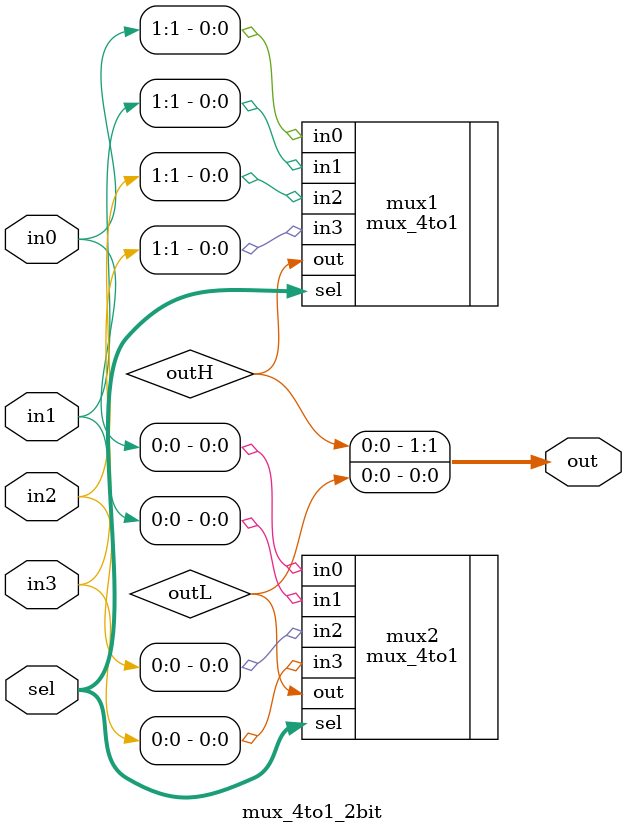
<source format=v>
module mux_4to1_2bit(
	output [1:0] out,
	input [1:0] in3,
	input [1:0] in2,
	input [1:0] in1,
	input [1:0] in0,
	input [1:0] sel
	);

wire outH;
wire outL;

mux_4to1 mux1(
	.out(outH), 
	.in0(in0[1]), 
	.in1(in1[1]), 
	.in2(in2[1]),
	.in3(in3[1]),
	.sel(sel)
	);
	
mux_4to1 mux2(
	.out(outL), 
	.in0(in0[0]), 
	.in1(in1[0]), 
	.in2(in2[0]),
	.in3(in3[0]),
	.sel(sel)
	);


or bitH(out[1], outH, 1'b0);
or bitL(out[0], outL, 1'b0);


endmodule

</source>
